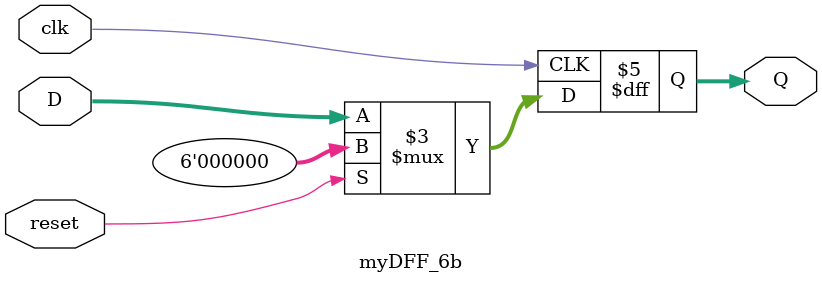
<source format=sv>
module myDFF_6b (Q, D, clk, reset);
	input  logic clk, reset;
	input  logic [5:0] D;
	output logic [5:0] Q;
	
	always_ff @(posedge clk) begin 
		if (reset)  
			Q <= 6'b0; 
		else  
			Q <= D;  
	end  
	
endmodule   

</source>
